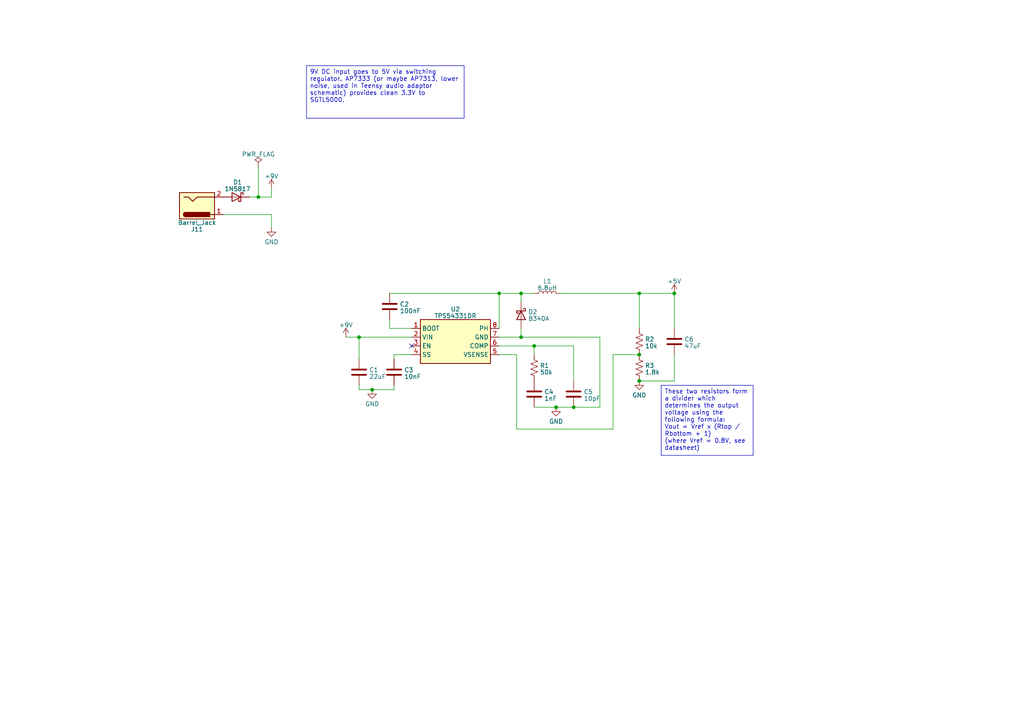
<source format=kicad_sch>
(kicad_sch (version 20250114) (generator "eeschema") (generator_version "9.0")
  (paper "A4")
  (lib_symbols
    (symbol "Connector:Barrel_Jack" (pin_names (offset 1.016))
      (property "Reference" "J" (at 0 5.334 0))
      (property "Value" "Barrel_Jack" (at 0 -5.08 0))
      (symbol "Barrel_Jack_0_1"
        (rectangle (start -5.08 3.81) (end 5.08 -3.81) (stroke (width 0.254)) (fill (type background)))
        (polyline (pts (xy -3.81 -2.54) (xy -2.54 -2.54) (xy -1.27 -1.27) (xy 0 -2.54) (xy 2.54 -2.54) (xy 5.08 -2.54)) (stroke (width 0.254)))
        (arc (start -3.302 1.905) (mid -3.9343 2.54) (end -3.302 3.175) (stroke (width 0.254)))
        (arc (start -3.302 1.905) (mid -3.9343 2.54) (end -3.302 3.175) (stroke (width 0.254)) (fill (type outline)))
        (rectangle (start 3.683 3.175) (end -3.302 1.905) (stroke (width 0.254)) (fill (type outline)))
        (polyline (pts (xy 5.08 2.54) (xy 3.81 2.54)) (stroke (width 0.254)))
      )
      (symbol "Barrel_Jack_1_1"
        (pin passive line (at 7.62 2.54 180) (length 2.54) (name "~") (number "1"))
        (pin passive line (at 7.62 -2.54 180) (length 2.54) (name "~") (number "2"))
      )
    )
    (symbol "Device:C" (pin_numbers (hide yes)) (pin_names (offset 0.254))
      (property "Reference" "C" (at 0.635 2.54 0))
      (property "Value" "C" (at 0.635 -2.54 0))
      (symbol "C_0_1"
        (polyline (pts (xy -2.032 0.762) (xy 2.032 0.762)) (stroke (width 0.508)))
        (polyline (pts (xy -2.032 -0.762) (xy 2.032 -0.762)) (stroke (width 0.508)))
      )
      (symbol "C_1_1"
        (pin passive line (at 0 3.81 270) (length 2.794) (name "~") (number "1"))
        (pin passive line (at 0 -3.81 90) (length 2.794) (name "~") (number "2"))
      )
    )
    (symbol "Device:L" (pin_numbers (hide yes)) (pin_names (offset 1.016) (hide yes))
      (property "Reference" "L" (at -1.27 0 90))
      (property "Value" "L" (at 1.905 0 90))
      (symbol "L_0_1"
        (arc (start 0 2.54) (mid 0.6323 1.905) (end 0 1.27))
        (arc (start 0 1.27) (mid 0.6323 0.635) (end 0 0))
        (arc (start 0 0) (mid 0.6323 -0.635) (end 0 -1.27))
        (arc (start 0 -1.27) (mid 0.6323 -1.905) (end 0 -2.54))
      )
      (symbol "L_1_1"
        (pin passive line (at 0 3.81 270) (length 1.27) (name "1") (number "1"))
        (pin passive line (at 0 -3.81 90) (length 1.27) (name "2") (number "2"))
      )
    )
    (symbol "Device:R_US" (pin_numbers (hide yes)) (pin_names (offset 0))
      (property "Reference" "R" (at 2.54 0 90))
      (property "Value" "R_US" (at -2.54 0 90))
      (symbol "R_US_0_1"
        (polyline (pts (xy 0 2.286) (xy 0 2.54)))
        (polyline (pts (xy 0 2.286) (xy 1.016 1.905) (xy 0 1.524) (xy -1.016 1.143) (xy 0 0.762)))
        (polyline (pts (xy 0 0.762) (xy 1.016 0.381) (xy 0 0) (xy -1.016 -0.381) (xy 0 -0.762)))
        (polyline (pts (xy 0 -0.762) (xy 1.016 -1.143) (xy 0 -1.524) (xy -1.016 -1.905) (xy 0 -2.286)))
        (polyline (pts (xy 0 -2.286) (xy 0 -2.54)))
      )
      (symbol "R_US_1_1"
        (pin passive line (at 0 3.81 270) (length 1.27) (name "~") (number "1"))
        (pin passive line (at 0 -3.81 90) (length 1.27) (name "~") (number "2"))
      )
    )
    (symbol "Diode:1N5817" (pin_numbers (hide yes)) (pin_names (offset 1.016) (hide yes))
      (property "Reference" "D" (at 0 2.54 0))
      (property "Value" "1N5817" (at 0 -2.54 0))
      (symbol "1N5817_0_1"
        (polyline (pts (xy -1.905 0.635) (xy -1.905 1.27) (xy -1.27 1.27) (xy -1.27 -1.27) (xy -0.635 -1.27) (xy -0.635 -0.635)) (stroke (width 0.254)))
        (polyline (pts (xy 1.27 1.27) (xy 1.27 -1.27) (xy -1.27 0) (xy 1.27 1.27)) (stroke (width 0.254)))
        (polyline (pts (xy 1.27 0) (xy -1.27 0)))
      )
      (symbol "1N5817_1_1"
        (pin passive line (at -3.81 0 0) (length 2.54) (name "K") (number "1"))
        (pin passive line (at 3.81 0 180) (length 2.54) (name "A") (number "2"))
      )
    )
    (symbol "Diode:B340" (pin_numbers (hide yes)) (pin_names (offset 1.016) (hide yes))
      (property "Reference" "D" (at 0 2.54 0))
      (property "Value" "B340" (at 0 -2.54 0))
      (symbol "B340_0_1"
        (polyline (pts (xy -1.905 0.635) (xy -1.905 1.27) (xy -1.27 1.27) (xy -1.27 -1.27) (xy -0.635 -1.27) (xy -0.635 -0.635)) (stroke (width 0.254)))
        (polyline (pts (xy 1.27 1.27) (xy 1.27 -1.27) (xy -1.27 0) (xy 1.27 1.27)) (stroke (width 0.254)))
        (polyline (pts (xy 1.27 0) (xy -1.27 0)))
      )
      (symbol "B340_1_1"
        (pin passive line (at -3.81 0 0) (length 2.54) (name "K") (number "1"))
        (pin passive line (at 3.81 0 180) (length 2.54) (name "A") (number "2"))
      )
    )
    (symbol "power:+5V" (power) (pin_names (offset 0))
      (property "Value" "+5V" (at 0 3.556 0))
      (symbol "+5V_0_1"
        (polyline (pts (xy -0.762 1.27) (xy 0 2.54)))
        (polyline (pts (xy 0 2.54) (xy 0.762 1.27)))
        (polyline (pts (xy 0 0) (xy 0 2.54)))
      )
      (symbol "+5V_1_1"
        (pin power_in line (at 0 0 90) (length 0) (hide yes) (name "+5V") (number "1"))
      )
    )
    (symbol "power:+9V" (power) (pin_names (offset 0))
      (property "Value" "+9V" (at 0 3.556 0))
      (symbol "+9V_0_1"
        (polyline (pts (xy -0.762 1.27) (xy 0 2.54)))
        (polyline (pts (xy 0 2.54) (xy 0.762 1.27)))
        (polyline (pts (xy 0 0) (xy 0 2.54)))
      )
      (symbol "+9V_1_1"
        (pin power_in line (at 0 0 90) (length 0) (hide yes) (name "+9V") (number "1"))
      )
    )
    (symbol "power:GND" (power) (pin_names (offset 0))
      (property "Value" "GND" (at 0 -3.81 0))
      (symbol "GND_0_1"
        (polyline (pts (xy 0 0) (xy 0 -1.27) (xy 1.27 -1.27) (xy 0 -2.54) (xy -1.27 -1.27) (xy 0 -1.27)))
      )
      (symbol "GND_1_1"
        (pin power_in line (at 0 0 270) (length 0) (hide yes) (name "GND") (number "1"))
      )
    )
    (symbol "power:PWR_FLAG" (power) (pin_numbers (hide yes)) (pin_names (offset 0) (hide yes))
      (property "Value" "PWR_FLAG" (at 0 3.81 0))
      (symbol "PWR_FLAG_0_0"
        (pin power_out line (at 0 0 90) (length 0) (name "pwr") (number "1"))
      )
      (symbol "PWR_FLAG_0_1"
        (polyline (pts (xy 0 0) (xy 0 1.27) (xy -1.016 1.905) (xy 0 2.54) (xy 1.016 1.905) (xy 0 1.27)))
      )
    )
    (symbol "stomp:TPS54331DR"
      (property "Reference" "U" (at -10.16 8.89 0))
      (property "Value" "TPS54331DR" (at -1.27 8.89 0))
      (symbol "TPS54331DR_0_1"
        (rectangle (start -10.16 7.62) (end 10.16 -5.08) (stroke (width 0.254)) (fill (type background)))
      )
      (symbol "TPS54331DR_1_1"
        (pin input line (at -12.7 5.08 0) (length 2.54) (name "BOOT") (number "1"))
        (pin power_in line (at -12.7 2.54 0) (length 2.54) (name "VIN") (number "2"))
        (pin input line (at -12.7 0 0) (length 2.54) (name "EN") (number "3"))
        (pin input line (at -12.7 -2.54 0) (length 2.54) (name "SS") (number "4"))
        (pin output line (at 12.7 5.08 180) (length 2.54) (name "PH") (number "8"))
        (pin power_in line (at 12.7 2.54 180) (length 2.54) (name "GND") (number "7"))
        (pin input line (at 12.7 0 180) (length 2.54) (name "COMP") (number "6"))
        (pin input line (at 12.7 -2.54 180) (length 2.54) (name "VSENSE") (number "5"))
      )
    )
  )
  (text_box "9V DC input goes to 5V via switching regulator. AP7333 (or maybe AP7313, lower noise, used in Teensy audio adaptor schematic) provides clean 3.3V to SGTL5000." (at 88.9 19.05 0) (size 45.72 15.24) (margins 0.9525 0.9525 0.9525 0.9525) (effects (font (size 1.27 1.27)) (justify left top)))
  (text_box "These two resistors form a divider which determines the output voltage using the following formula:\nVout = Vref x (Rtop / Rbottom + 1)\n(where Vref = 0.8V, see datasheet)" (at 191.77 111.76 0) (size 26.67 20.32) (margins 0.9525 0.9525 0.9525 0.9525) (effects (font (size 1.27 1.27)) (justify left top)))
  (junction (at 185.42 85.09))
  (junction (at 74.93 57.15))
  (junction (at 161.29 118.11))
  (junction (at 185.42 102.87))
  (junction (at 166.37 118.11))
  (junction (at 151.13 97.79))
  (junction (at 185.42 110.49))
  (junction (at 154.94 100.33))
  (junction (at 104.14 97.79))
  (junction (at 195.58 85.09))
  (junction (at 151.13 85.09))
  (junction (at 107.95 113.03))
  (junction (at 144.78 85.09))
  (no_connect (at 119.38 100.33))
  (wire (pts (xy 64.77 62.23) (xy 78.74 62.23)))
  (wire (pts (xy 177.8 124.46) (xy 177.8 102.87)))
  (wire (pts (xy 104.14 111.76) (xy 104.14 113.03)))
  (wire (pts (xy 154.94 118.11) (xy 161.29 118.11)))
  (wire (pts (xy 104.14 113.03) (xy 107.95 113.03)))
  (wire (pts (xy 185.42 110.49) (xy 195.58 110.49)))
  (wire (pts (xy 151.13 97.79) (xy 173.99 97.79)))
  (wire (pts (xy 144.78 85.09) (xy 113.03 85.09)))
  (wire (pts (xy 107.95 113.03) (xy 114.3 113.03)))
  (wire (pts (xy 166.37 100.33) (xy 166.37 110.49)))
  (wire (pts (xy 162.56 85.09) (xy 185.42 85.09)))
  (wire (pts (xy 114.3 102.87) (xy 119.38 102.87)))
  (wire (pts (xy 104.14 97.79) (xy 119.38 97.79)))
  (wire (pts (xy 144.78 95.25) (xy 144.78 85.09)))
  (wire (pts (xy 72.39 57.15) (xy 74.93 57.15)))
  (wire (pts (xy 144.78 85.09) (xy 151.13 85.09)))
  (wire (pts (xy 149.86 124.46) (xy 177.8 124.46)))
  (wire (pts (xy 161.29 118.11) (xy 166.37 118.11)))
  (wire (pts (xy 151.13 85.09) (xy 151.13 87.63)))
  (wire (pts (xy 104.14 104.14) (xy 104.14 97.79)))
  (wire (pts (xy 173.99 118.11) (xy 173.99 97.79)))
  (wire (pts (xy 151.13 85.09) (xy 154.94 85.09)))
  (wire (pts (xy 78.74 62.23) (xy 78.74 66.04)))
  (wire (pts (xy 185.42 85.09) (xy 195.58 85.09)))
  (wire (pts (xy 113.03 95.25) (xy 113.03 92.71)))
  (wire (pts (xy 144.78 100.33) (xy 154.94 100.33)))
  (wire (pts (xy 177.8 102.87) (xy 185.42 102.87)))
  (wire (pts (xy 154.94 100.33) (xy 166.37 100.33)))
  (wire (pts (xy 149.86 102.87) (xy 149.86 124.46)))
  (wire (pts (xy 185.42 85.09) (xy 185.42 95.25)))
  (wire (pts (xy 78.74 57.15) (xy 78.74 54.61)))
  (wire (pts (xy 114.3 113.03) (xy 114.3 111.76)))
  (wire (pts (xy 166.37 118.11) (xy 173.99 118.11)))
  (wire (pts (xy 100.33 97.79) (xy 104.14 97.79)))
  (wire (pts (xy 151.13 97.79) (xy 151.13 95.25)))
  (wire (pts (xy 144.78 97.79) (xy 151.13 97.79)))
  (wire (pts (xy 144.78 102.87) (xy 149.86 102.87)))
  (wire (pts (xy 195.58 85.09) (xy 195.58 95.25)))
  (wire (pts (xy 114.3 104.14) (xy 114.3 102.87)))
  (wire (pts (xy 154.94 100.33) (xy 154.94 102.87)))
  (wire (pts (xy 74.93 48.26) (xy 74.93 57.15)))
  (wire (pts (xy 119.38 95.25) (xy 113.03 95.25)))
  (wire (pts (xy 74.93 57.15) (xy 78.74 57.15)))
  (wire (pts (xy 195.58 110.49) (xy 195.58 102.87)))
  (symbol (lib_id "power:PWR_FLAG") (at 74.93 48.26 0) (unit 1)
    (property "Reference" "#FLG03" (effects (hide yes)))
    (property "Value" "PWR_FLAG" (at 74.93 44.7581 0))
  )
  (symbol (lib_id "Device:R_US") (at 185.42 106.68 0) (unit 1)
    (property "Reference" "R3" (at 187.071 106.0363 0) (effects (justify left)))
    (property "Value" "1.8k" (at 187.071 107.9573 0) (effects (justify left)))
    (property "Footprint" "Resistor_SMD:R_0603_1608Metric" (effects (hide yes)))
  )
  (symbol (lib_id "power:GND") (at 161.29 118.11 0) (unit 1)
    (property "Reference" "#PWR014" (effects (hide yes)))
    (property "Value" "GND" (at 161.29 122.2455 0))
    (instances (project "dk2_02_bottom" (path "" (reference "#PWR045") (unit 1))) (project "stomp_00" (path "" (reference "#PWR05") (unit 1)) (path "" (reference "#PWR014") (unit 1)) (path "" (reference "#PWR012") (unit 1))))
  )
  (symbol (lib_id "Connector:Barrel_Jack") (at 57.15 59.69 0) (mirror x) (unit 1)
    (property "Reference" "J11" (at 57.15 66.5099 0))
    (property "Value" "Barrel_Jack" (at 57.15 64.5889 0))
    (property "Footprint" "Connector_Wire:SolderWire-1sqmm_1x02_P5.4mm_D1.4mm_OD2.7mm" (effects (hide yes)))
  )
  (symbol (lib_id "Device:C") (at 154.94 114.3 0) (unit 1)
    (property "Reference" "C4" (at 157.861 113.6563 0) (effects (justify left)))
    (property "Value" "1nF" (at 157.861 115.5773 0) (effects (justify left)))
    (property "Footprint" "Capacitor_SMD:C_0603_1608Metric" (effects (hide yes)))
  )
  (symbol (lib_id "Device:C") (at 166.37 114.3 0) (unit 1)
    (property "Reference" "C5" (at 169.291 113.6563 0) (effects (justify left)))
    (property "Value" "10pF" (at 169.291 115.5773 0) (effects (justify left)))
    (property "Footprint" "Capacitor_SMD:C_0603_1608Metric" (effects (hide yes)))
  )
  (symbol (lib_id "Device:R_US") (at 154.94 106.68 0) (unit 1)
    (property "Reference" "R1" (at 156.591 106.0363 0) (effects (justify left)))
    (property "Value" "50k" (at 156.591 107.9573 0) (effects (justify left)))
    (property "Footprint" "Resistor_SMD:R_0603_1608Metric" (effects (hide yes)))
  )
  (symbol (lib_id "Device:R_US") (at 185.42 99.06 0) (unit 1)
    (property "Reference" "R2" (at 187.071 98.4163 0) (effects (justify left)))
    (property "Value" "10k" (at 187.071 100.3373 0) (effects (justify left)))
    (property "Footprint" "Resistor_SMD:R_0603_1608Metric" (effects (hide yes)))
  )
  (symbol (lib_id "power:GND") (at 107.95 113.03 0) (unit 1)
    (property "Reference" "#PWR013" (effects (hide yes)))
    (property "Value" "GND" (at 107.95 117.1655 0))
    (instances (project "dk2_02_bottom" (path "" (reference "#PWR045") (unit 1))) (project "stomp_00" (path "" (reference "#PWR05") (unit 1)) (path "" (reference "#PWR013") (unit 1)) (path "" (reference "#PWR012") (unit 1))))
  )
  (symbol (lib_id "Device:L") (at 158.75 85.09 90) (unit 1)
    (property "Reference" "L1" (at 158.75 81.5747 90))
    (property "Value" "6.8uH" (at 158.75 83.4957 90))
    (property "Footprint" "Inductor_SMD:L_Sunlord_SWPA6045S" (effects (hide yes)))
  )
  (symbol (lib_id "Device:C") (at 113.03 88.9 0) (unit 1)
    (property "Reference" "C2" (at 115.951 88.2563 0) (effects (justify left)))
    (property "Value" "100nF" (at 115.951 90.1773 0) (effects (justify left)))
    (property "Footprint" "Capacitor_SMD:C_0603_1608Metric" (effects (hide yes)))
  )
  (symbol (lib_id "Device:C") (at 195.58 99.06 0) (unit 1)
    (property "Reference" "C6" (at 198.501 98.4163 0) (effects (justify left)))
    (property "Value" "47uF" (at 198.501 100.3373 0) (effects (justify left)))
    (property "Footprint" "Capacitor_SMD:C_1210_3225Metric" (effects (hide yes)))
  )
  (symbol (lib_id "stomp:TPS54331DR") (at 132.08 100.33 0) (unit 1)
    (property "Reference" "U2" (at 132.08 89.7001 0))
    (property "Value" "TPS54331DR" (at 132.08 91.6211 0))
    (property "Footprint" "Package_SO:SOIC-8_3.9x4.9mm_P1.27mm" (effects (hide yes)))
    (property "Datasheet" "http://www.ti.com/lit/ds/symlink/tps54331.pdf" (effects (hide yes)))
  )
  (symbol (lib_id "power:GND") (at 78.74 66.04 0) (unit 1)
    (property "Reference" "#PWR011" (effects (hide yes)))
    (property "Value" "GND" (at 78.74 70.1755 0))
    (instances (project "dk2_00" (path "" (reference "#PWR068") (unit 1))) (project "stomp_00" (path "" (reference "#PWR08") (unit 1)) (path "" (reference "#PWR011") (unit 1)) (path "" (reference "#PWR011") (unit 1))))
  )
  (symbol (lib_id "Diode:1N5817") (at 68.58 57.15 0) (mirror y) (unit 1)
    (property "Reference" "D1" (at 68.8975 52.8701 0))
    (property "Value" "1N5817" (at 68.8975 54.7911 0))
    (property "Footprint" "Diode_THT:D_DO-41_SOD81_P10.16mm_Horizontal" (effects (hide yes)))
    (property "Datasheet" "http://www.vishay.com/docs/88525/1n5817.pdf" (effects (hide yes)))
  )
  (symbol (lib_id "Device:C") (at 114.3 107.95 0) (unit 1)
    (property "Reference" "C3" (at 117.221 107.3063 0) (effects (justify left)))
    (property "Value" "10nF" (at 117.221 109.2273 0) (effects (justify left)))
    (property "Footprint" "Capacitor_SMD:C_0603_1608Metric" (effects (hide yes)))
  )
  (symbol (lib_id "power:+9V") (at 78.74 54.61 0) (unit 1)
    (property "Reference" "#PWR010" (effects (hide yes)))
    (property "Value" "+9V" (at 78.74 51.1081 0))
    (instances (project "stomp_00" (path "" (reference "#PWR07") (unit 1)) (path "" (reference "#PWR010") (unit 1)) (path "" (reference "#PWR010") (unit 1))))
  )
  (symbol (lib_id "power:GND") (at 185.42 110.49 0) (unit 1)
    (property "Reference" "#PWR015" (effects (hide yes)))
    (property "Value" "GND" (at 185.42 114.6255 0))
    (instances (project "dk2_02_bottom" (path "" (reference "#PWR045") (unit 1))) (project "stomp_00" (path "" (reference "#PWR05") (unit 1)) (path "" (reference "#PWR015") (unit 1)) (path "" (reference "#PWR012") (unit 1))))
  )
  (symbol (lib_id "power:+5V") (at 195.58 85.09 0) (unit 1)
    (property "Reference" "#PWR016" (effects (hide yes)))
    (property "Value" "+5V" (at 195.58 81.5881 0))
    (instances (project "dk2_02_bottom" (path "" (reference "#PWR049") (unit 1))) (project "stomp_00" (path "" (reference "#PWR06") (unit 1)) (path "" (reference "#PWR016") (unit 1)) (path "" (reference "#PWR013") (unit 1))))
  )
  (symbol (lib_id "Diode:B340") (at 151.13 91.44 270) (unit 1)
    (property "Reference" "D2" (at 153.162 90.4788 90) (effects (justify left)))
    (property "Value" "B340A" (at 153.162 92.3998 90) (effects (justify left)))
    (property "Footprint" "Diode_SMD:D_SMA" (effects (hide yes)))
    (property "Datasheet" "http://www.jameco.com/Jameco/Products/ProdDS/1538777.pdf" (effects (hide yes)))
  )
  (symbol (lib_id "power:+9V") (at 100.33 97.79 0) (unit 1)
    (property "Reference" "#PWR012" (effects (hide yes)))
    (property "Value" "+9V" (at 100.33 94.2881 0))
    (instances (project "stomp_00" (path "" (reference "#PWR04") (unit 1)) (path "" (reference "#PWR012") (unit 1)) (path "" (reference "#PWR09") (unit 1))))
  )
  (symbol (lib_id "Device:C") (at 104.14 107.95 0) (unit 1)
    (property "Reference" "C1" (at 107.061 107.3063 0) (effects (justify left)))
    (property "Value" "22uF" (at 107.061 109.2273 0) (effects (justify left)))
    (property "Footprint" "Capacitor_SMD:C_0805_2012Metric" (effects (hide yes)))
  )
)
</source>
